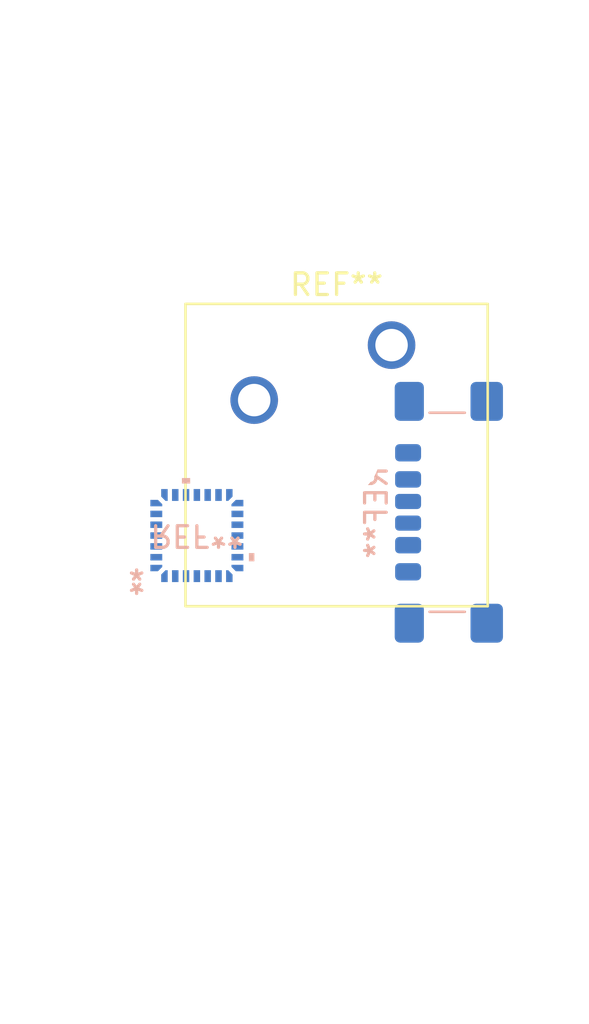
<source format=kicad_pcb>
(kicad_pcb (version 20241229) (generator "pcbnew") (generator_version "9.0")
  (layers (0 "F.Cu" signal) (2 "B.Cu" signal) (13 "F.Paste" user) (15 "B.Paste" user) (5 "F.SilkS" user "F.Silkscreen") (7 "B.SilkS" user "B.Silkscreen") (1 "F.Mask" user) (3 "B.Mask" user) (25 "Edge.Cuts" user))
  (net 0 "")
  (footprint "Button_Switch_Keyboard:SW_Cherry_MX_1.00u_Plate" (layer "F.Cu") (at 125.8 73.2)
    (property "Reference" "REF**" (at -2.54 -2.794 0) (layer "F.SilkS"))
    (property "Value" "SW_Cherry_MX_1.00u_Plate")
    (fp_line (start -9.525 -1.905) (end 4.445 -1.905) (stroke (width 0.12)) (layer "F.SilkS"))
    (fp_line (start -9.525 12.065) (end -9.525 -1.905) (stroke (width 0.12)) (layer "F.SilkS"))
    (fp_line (start 4.445 -1.905) (end 4.445 12.065) (stroke (width 0.12)) (layer "F.SilkS"))
    (fp_line (start 4.445 12.065) (end -9.525 12.065) (stroke (width 0.12)) (layer "F.SilkS"))
    (pad "" np_thru_hole circle (at -2.54 5.08) (size 4 4) (drill 4) (layers "*.Cu" "*.Mask"))
    (pad "1" thru_hole circle (at 0 0) (size 2.2 2.2) (drill 1.5) (layers "*.Cu" "*.Mask"))
    (pad "2" thru_hole circle (at -6.35 2.54) (size 2.2 2.2) (drill 1.5) (layers "*.Cu" "*.Mask"))
  )
  (footprint "footprints:UFQFPN-28_STM_1_STM" (layer "B.Cu") (at 116.8 82)
    (property "Reference" "REF**" (at 0 0 180) (layer "B.SilkS") (effects (justify mirror)))
    (property "Value" "UFQFPN-28_STM_1_STM")
    (fp_poly (pts (xy -2.15 -1.350378) (xy -1.6 -1.350378) (xy -1.6 -1.45) (xy -1.8 -1.650378) (xy -2.15 -1.650378)) (fill yes) (layer "B.Cu"))
    (fp_poly (pts (xy -2.149622 1.35) (xy -1.599622 1.35) (xy -1.599622 1.449622) (xy -1.799622 1.649999) (xy -2.149622 1.649999)) (fill yes) (layer "B.Cu"))
    (fp_poly (pts (xy -1.35 -2.15) (xy -1.35 -1.6) (xy -1.449622 -1.6) (xy -1.649999 -1.8) (xy -1.649999 -2.15)) (fill yes) (layer "B.Cu"))
    (fp_poly (pts (xy -1.35 2.15) (xy -1.35 1.6) (xy -1.449622 1.6) (xy -1.649999 1.8) (xy -1.649999 2.15)) (fill yes) (layer "B.Cu"))
    (fp_poly (pts (xy 1.35 -2.15) (xy 1.35 -1.6) (xy 1.449622 -1.6) (xy 1.649999 -1.8) (xy 1.649999 -2.15)) (fill yes) (layer "B.Cu"))
    (fp_poly (pts (xy 1.35 2.15) (xy 1.35 1.6) (xy 1.449622 1.6) (xy 1.649999 1.8) (xy 1.649999 2.15)) (fill yes) (layer "B.Cu"))
    (fp_poly (pts (xy 2.149622 -1.35) (xy 1.599622 -1.35) (xy 1.599622 -1.449622) (xy 1.799622 -1.649999) (xy 2.149622 -1.649999)) (fill yes) (layer "B.Cu"))
    (fp_poly (pts (xy 2.15 1.350378) (xy 1.6 1.350378) (xy 1.6 1.45) (xy 1.8 1.650378) (xy 2.15 1.650378)) (fill yes) (layer "B.Cu"))
    (fp_poly (pts (xy -0.690499 -2.404001) (xy -0.690499 -2.658001) (xy -0.309499 -2.658001) (xy -0.309499 -2.404001)) (fill yes) (layer "B.SilkS"))
    (fp_poly (pts (xy 2.658001 1.190752) (xy 2.658001 0.809752) (xy 2.404001 0.809752) (xy 2.404001 1.190752)) (fill yes) (layer "B.SilkS"))
    (fp_text user "*" (at -2.785 2.131441 180) (layer "B.SilkS") (effects (justify mirror)))
    (fp_text user "*" (at -2.785 2.131441 180) (layer "B.SilkS") (effects (justify mirror)))
    (pad "1" smd rect (at -1.875 1.500378 270) (size 0.2 0.2) (layers "B.Cu" "B.Mask" "B.Paste"))
    (pad "2" smd rect (at -1.875 1.000252 270) (size 0.3 0.55) (layers "B.Cu" "B.Mask" "B.Paste"))
    (pad "3" smd rect (at -1.875 0.500126 270) (size 0.3 0.55) (layers "B.Cu" "B.Mask" "B.Paste"))
    (pad "4" smd rect (at -1.875 0 270) (size 0.3 0.55) (layers "B.Cu" "B.Mask" "B.Paste"))
    (pad "5" smd rect (at -1.875 -0.500126 270) (size 0.3 0.55) (layers "B.Cu" "B.Mask" "B.Paste"))
    (pad "6" smd rect (at -1.875 -1.000252 270) (size 0.3 0.55) (layers "B.Cu" "B.Mask" "B.Paste"))
    (pad "7" smd rect (at -1.875 -1.500378 270) (size 0.2 0.2) (layers "B.Cu" "B.Mask" "B.Paste"))
    (pad "8" smd rect (at -1.5 -1.875) (size 0.2 0.2) (layers "B.Cu" "B.Mask" "B.Paste"))
    (pad "9" smd rect (at -1.000001 -1.875) (size 0.3 0.55) (layers "B.Cu" "B.Mask" "B.Paste"))
    (pad "10" smd rect (at -0.499999 -1.875) (size 0.3 0.55) (layers "B.Cu" "B.Mask" "B.Paste"))
    (pad "11" smd rect (at 0 -1.875) (size 0.3 0.55) (layers "B.Cu" "B.Mask" "B.Paste"))
    (pad "12" smd rect (at 0.499999 -1.875) (size 0.3 0.55) (layers "B.Cu" "B.Mask" "B.Paste"))
    (pad "13" smd rect (at 1.000001 -1.875) (size 0.3 0.55) (layers "B.Cu" "B.Mask" "B.Paste"))
    (pad "14" smd rect (at 1.5 -1.875) (size 0.2 0.2) (layers "B.Cu" "B.Mask" "B.Paste"))
    (pad "15" smd rect (at 1.875 -1.500378 270) (size 0.2 0.2) (layers "B.Cu" "B.Mask" "B.Paste"))
    (pad "16" smd rect (at 1.875 -1.000252 270) (size 0.3 0.55) (layers "B.Cu" "B.Mask" "B.Paste"))
    (pad "17" smd rect (at 1.875 -0.500126 270) (size 0.3 0.55) (layers "B.Cu" "B.Mask" "B.Paste"))
    (pad "18" smd rect (at 1.875 0 270) (size 0.3 0.55) (layers "B.Cu" "B.Mask" "B.Paste"))
    (pad "19" smd rect (at 1.875 0.500126 270) (size 0.3 0.55) (layers "B.Cu" "B.Mask" "B.Paste"))
    (pad "20" smd rect (at 1.875 1.000252 270) (size 0.3 0.55) (layers "B.Cu" "B.Mask" "B.Paste"))
    (pad "21" smd rect (at 1.875 1.500378 270) (size 0.2 0.2) (layers "B.Cu" "B.Mask" "B.Paste"))
    (pad "22" smd rect (at 1.5 1.875) (size 0.2 0.2) (layers "B.Cu" "B.Mask" "B.Paste"))
    (pad "23" smd rect (at 1.000001 1.875) (size 0.3 0.55) (layers "B.Cu" "B.Mask" "B.Paste"))
    (pad "24" smd rect (at 0.499999 1.875) (size 0.3 0.55) (layers "B.Cu" "B.Mask" "B.Paste"))
    (pad "25" smd rect (at 0 1.875) (size 0.3 0.55) (layers "B.Cu" "B.Mask" "B.Paste"))
    (pad "26" smd rect (at -0.499999 1.875) (size 0.3 0.55) (layers "B.Cu" "B.Mask" "B.Paste"))
    (pad "27" smd rect (at -1.000001 1.875) (size 0.3 0.55) (layers "B.Cu" "B.Mask" "B.Paste"))
    (pad "28" smd rect (at -1.5 1.875) (size 0.2 0.2) (layers "B.Cu" "B.Mask" "B.Paste"))
  )
  (footprint "Connector_USB:USB_C_Receptacle_GCT_USB4135-GF-A_6P_TopMnt_Horizontal" (layer "B.Cu") (at 129.5975 80.925 -90)
    (property "Reference" "REF**" (at 0 4.500001 90) (layer "B.SilkS") (effects (justify mirror)))
    (property "Value" "USB_C_Receptacle_GCT_USB4135-GF-A_6P_TopMnt_Horizontal")
    (fp_line (start -4.6 2.04) (end -4.6 0.41) (stroke (width 0.12)) (layer "B.SilkS"))
    (fp_line (start 4.6 2.04) (end 4.6 0.41) (stroke (width 0.12)) (layer "B.SilkS"))
    (pad "A5" smd roundrect (at -0.5 3.0325 270) (size 0.7 1.2) (layers "B.Cu" "B.Mask" "B.Paste"))
    (pad "A9" smd roundrect (at 1.52 3.0325 90) (size 0.76 1.2) (layers "B.Cu" "B.Mask" "B.Paste"))
    (pad "A12" smd roundrect (at 2.75 3.0325 90) (size 0.8 1.2) (layers "B.Cu" "B.Mask" "B.Paste"))
    (pad "B5" smd roundrect (at 0.5 3.0325 90) (size 0.7 1.2) (layers "B.Cu" "B.Mask" "B.Paste"))
    (pad "B9" smd roundrect (at -1.52 3.0325 270) (size 0.76 1.2) (layers "B.Cu" "B.Mask" "B.Paste"))
    (pad "B12" smd roundrect (at -2.75 3.0325 270) (size 0.8 1.2) (layers "B.Cu" "B.Mask" "B.Paste"))
    (pad "S1" smd roundrect (at -5.125 -0.6025 270) (size 1.8 1.5) (layers "B.Cu" "B.Mask" "B.Paste") (roundrect_rratio 0.1666666667))
    (pad "S1" smd roundrect (at -5.125 2.9775 270) (size 1.8 1.35) (layers "B.Cu" "B.Mask" "B.Paste") (roundrect_rratio 0.1851851852))
    (pad "S1" smd roundrect (at 5.125 -0.6025 270) (size 1.8 1.5) (layers "B.Cu" "B.Mask" "B.Paste") (roundrect_rratio 0.1666666667))
    (pad "S1" smd roundrect (at 5.125 2.9775 270) (size 1.8 1.35) (layers "B.Cu" "B.Mask" "B.Paste") (roundrect_rratio 0.1851851852))
  )
)
</source>
